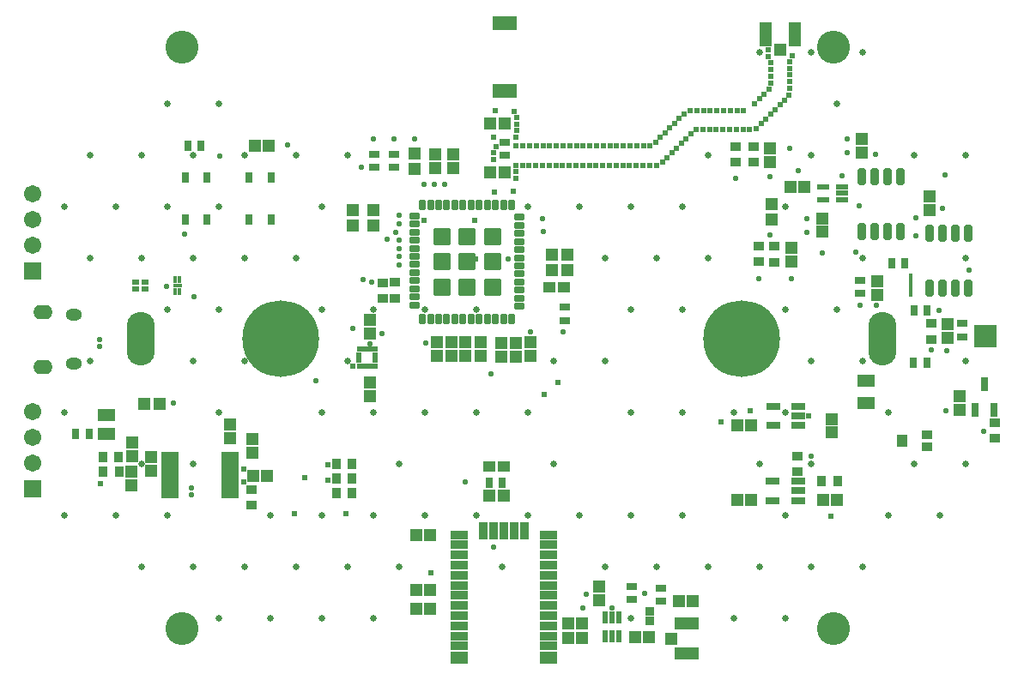
<source format=gts>
G04*
G04 #@! TF.GenerationSoftware,Altium Limited,Altium Designer,21.6.1 (37)*
G04*
G04 Layer_Color=8388736*
%FSLAX44Y44*%
%MOMM*%
G71*
G04*
G04 #@! TF.SameCoordinates,1A0BCF72-60D2-4BA0-9B7A-98A30DA12748*
G04*
G04*
G04 #@! TF.FilePolarity,Negative*
G04*
G01*
G75*
%ADD36R,0.6500X1.0500*%
%ADD58R,1.0032X0.9588*%
%ADD59R,1.7018X1.1938*%
%ADD60R,0.9588X1.0032*%
%ADD61R,0.4032X0.7532*%
%ADD62R,0.8532X0.4532*%
%ADD63R,0.4032X1.1432*%
%ADD64R,1.2532X1.2532*%
%ADD65R,1.6732X1.2432*%
%ADD66R,0.8032X1.0532*%
%ADD67R,0.6132X0.4832*%
%ADD68R,0.4832X0.6132*%
%ADD69R,1.2192X1.0922*%
%ADD70R,1.1430X1.1684*%
%ADD71R,1.1684X1.1430*%
%ADD72R,1.2532X1.2532*%
%ADD73R,1.6782X0.6532*%
%ADD74R,1.4032X0.8032*%
%ADD75R,1.2532X0.6032*%
%ADD76R,0.6032X1.2532*%
%ADD77R,1.2532X2.4031*%
%ADD78R,1.2032X1.2532*%
%ADD79R,2.4031X1.2532*%
%ADD80R,1.2532X1.2032*%
%ADD81R,2.4032X1.4032*%
%ADD82R,0.6782X0.5782*%
G04:AMPARAMS|DCode=83|XSize=1.7032mm|YSize=1.7032mm|CornerRadius=0.1766mm|HoleSize=0mm|Usage=FLASHONLY|Rotation=180.000|XOffset=0mm|YOffset=0mm|HoleType=Round|Shape=RoundedRectangle|*
%AMROUNDEDRECTD83*
21,1,1.7032,1.3500,0,0,180.0*
21,1,1.3500,1.7032,0,0,180.0*
1,1,0.3532,-0.6750,0.6750*
1,1,0.3532,0.6750,0.6750*
1,1,0.3532,0.6750,-0.6750*
1,1,0.3532,-0.6750,-0.6750*
%
%ADD83ROUNDEDRECTD83*%
G04:AMPARAMS|DCode=84|XSize=0.7032mm|YSize=1.0032mm|CornerRadius=0.2016mm|HoleSize=0mm|Usage=FLASHONLY|Rotation=270.000|XOffset=0mm|YOffset=0mm|HoleType=Round|Shape=RoundedRectangle|*
%AMROUNDEDRECTD84*
21,1,0.7032,0.6000,0,0,270.0*
21,1,0.3000,1.0032,0,0,270.0*
1,1,0.4032,-0.3000,-0.1500*
1,1,0.4032,-0.3000,0.1500*
1,1,0.4032,0.3000,0.1500*
1,1,0.4032,0.3000,-0.1500*
%
%ADD84ROUNDEDRECTD84*%
G04:AMPARAMS|DCode=85|XSize=0.7032mm|YSize=1.0032mm|CornerRadius=0.2016mm|HoleSize=0mm|Usage=FLASHONLY|Rotation=180.000|XOffset=0mm|YOffset=0mm|HoleType=Round|Shape=RoundedRectangle|*
%AMROUNDEDRECTD85*
21,1,0.7032,0.6000,0,0,180.0*
21,1,0.3000,1.0032,0,0,180.0*
1,1,0.4032,-0.1500,0.3000*
1,1,0.4032,0.1500,0.3000*
1,1,0.4032,0.1500,-0.3000*
1,1,0.4032,-0.1500,-0.3000*
%
%ADD85ROUNDEDRECTD85*%
%ADD86R,1.1032X0.8532*%
%ADD87R,1.1032X1.2032*%
%ADD88R,1.0532X0.8032*%
G04:AMPARAMS|DCode=89|XSize=0.8032mm|YSize=1.6532mm|CornerRadius=0.1526mm|HoleSize=0mm|Usage=FLASHONLY|Rotation=180.000|XOffset=0mm|YOffset=0mm|HoleType=Round|Shape=RoundedRectangle|*
%AMROUNDEDRECTD89*
21,1,0.8032,1.3480,0,0,180.0*
21,1,0.4980,1.6532,0,0,180.0*
1,1,0.3052,-0.2490,0.6740*
1,1,0.3052,0.2490,0.6740*
1,1,0.3052,0.2490,-0.6740*
1,1,0.3052,-0.2490,-0.6740*
%
%ADD89ROUNDEDRECTD89*%
%ADD90R,1.7032X0.9032*%
%ADD91R,1.7032X1.2032*%
%ADD92R,0.9032X1.7032*%
%ADD93R,0.8032X1.3532*%
%ADD94R,0.9232X0.8932*%
%ADD95O,1.9032X1.4032*%
%ADD96O,1.6032X1.2032*%
%ADD97C,7.5692*%
%ADD98O,2.7432X5.2832*%
%ADD99R,2.2352X2.2352*%
%ADD100C,1.7032*%
%ADD101R,1.7032X1.7032*%
%ADD102C,3.2512*%
%ADD103C,0.5588*%
%ADD104C,0.6096*%
%ADD105C,0.6604*%
D36*
X191706Y485824D02*
D03*
Y444324D02*
D03*
X170206Y485824D02*
D03*
Y444324D02*
D03*
X233344Y444070D02*
D03*
Y485570D02*
D03*
X254844Y444070D02*
D03*
Y485570D02*
D03*
D58*
X968502Y243744D02*
D03*
Y228188D02*
D03*
X376682Y382428D02*
D03*
Y366872D02*
D03*
X774446Y210724D02*
D03*
Y195168D02*
D03*
X365252Y382174D02*
D03*
Y366618D02*
D03*
X906272Y326232D02*
D03*
Y341788D02*
D03*
X730504Y516286D02*
D03*
Y500730D02*
D03*
X712978Y516540D02*
D03*
Y500984D02*
D03*
X751332Y417988D02*
D03*
Y402432D02*
D03*
X735584Y418242D02*
D03*
Y402686D02*
D03*
X235458Y177704D02*
D03*
Y162148D02*
D03*
D59*
X842010Y284988D02*
D03*
Y263144D02*
D03*
D60*
X319374Y203200D02*
D03*
X334930D02*
D03*
X319374Y188722D02*
D03*
X334930D02*
D03*
X319374Y174244D02*
D03*
X334930D02*
D03*
X797910Y186182D02*
D03*
X813466D02*
D03*
X88742Y210058D02*
D03*
X104298D02*
D03*
X89250Y195580D02*
D03*
X104806D02*
D03*
D61*
X160560Y385222D02*
D03*
Y373222D02*
D03*
X164560D02*
D03*
Y385222D02*
D03*
D62*
X162560Y379222D02*
D03*
D63*
X885444Y373930D02*
D03*
Y385530D02*
D03*
D64*
X852932Y369932D02*
D03*
Y383432D02*
D03*
X352298Y331832D02*
D03*
Y345332D02*
D03*
X510540Y323342D02*
D03*
Y309842D02*
D03*
X496570Y309226D02*
D03*
Y322726D02*
D03*
X214376Y228454D02*
D03*
Y241954D02*
D03*
X236220Y227984D02*
D03*
Y214484D02*
D03*
X117094Y195472D02*
D03*
Y181972D02*
D03*
X136906Y209696D02*
D03*
Y196196D02*
D03*
X117856Y223920D02*
D03*
Y210420D02*
D03*
X807974Y234042D02*
D03*
Y247542D02*
D03*
X837692Y523894D02*
D03*
Y510394D02*
D03*
X578866Y81680D02*
D03*
Y68180D02*
D03*
X434594Y508400D02*
D03*
Y494900D02*
D03*
X461772Y309988D02*
D03*
Y323488D02*
D03*
X418338Y309988D02*
D03*
Y323488D02*
D03*
X352298Y283356D02*
D03*
Y269856D02*
D03*
X922002Y340926D02*
D03*
Y327426D02*
D03*
X768350Y416198D02*
D03*
Y402698D02*
D03*
X747268Y515004D02*
D03*
Y501504D02*
D03*
X798576Y445662D02*
D03*
Y432162D02*
D03*
X904494Y467506D02*
D03*
Y454006D02*
D03*
X934212Y269640D02*
D03*
Y256140D02*
D03*
X482092Y322726D02*
D03*
Y309226D02*
D03*
X446532Y323488D02*
D03*
Y309988D02*
D03*
X432435Y323488D02*
D03*
Y309988D02*
D03*
X416814Y508654D02*
D03*
Y495154D02*
D03*
D65*
X92456Y232916D02*
D03*
Y251716D02*
D03*
D66*
X62334Y232664D02*
D03*
X75334D02*
D03*
X889104Y354838D02*
D03*
X902104D02*
D03*
X172678Y517398D02*
D03*
X185678D02*
D03*
X888596Y303276D02*
D03*
X901596D02*
D03*
X470004Y184658D02*
D03*
X483004D02*
D03*
X867006Y401066D02*
D03*
X880006D02*
D03*
D67*
X341608Y305602D02*
D03*
Y310602D02*
D03*
X357908D02*
D03*
Y305602D02*
D03*
D68*
X342258Y316252D02*
D03*
X347258D02*
D03*
X352258D02*
D03*
X357258D02*
D03*
Y299952D02*
D03*
X352258D02*
D03*
X347258D02*
D03*
X342258D02*
D03*
D69*
X484632Y200660D02*
D03*
X470408D02*
D03*
X543814Y377952D02*
D03*
X529590D02*
D03*
D70*
X396240Y494665D02*
D03*
Y509651D02*
D03*
X749046Y444627D02*
D03*
Y459613D02*
D03*
X356108Y438785D02*
D03*
Y453771D02*
D03*
X335534Y453517D02*
D03*
Y438531D02*
D03*
D71*
X485521Y490982D02*
D03*
X470535D02*
D03*
X485521Y538988D02*
D03*
X470535D02*
D03*
X546735Y394716D02*
D03*
X531749D02*
D03*
X546735Y409448D02*
D03*
X531749D02*
D03*
X484759Y171958D02*
D03*
X469773D02*
D03*
X144907Y262382D02*
D03*
X129921D02*
D03*
D72*
X250590Y191262D02*
D03*
X237090D02*
D03*
X767188Y476758D02*
D03*
X780688D02*
D03*
X561486Y30988D02*
D03*
X547986D02*
D03*
X561486Y45466D02*
D03*
X547986D02*
D03*
X614280Y32004D02*
D03*
X627780D02*
D03*
X670452Y67818D02*
D03*
X656952D02*
D03*
X411880Y60452D02*
D03*
X398380D02*
D03*
X411880Y78994D02*
D03*
X398380D02*
D03*
Y133096D02*
D03*
X411880D02*
D03*
X714610Y241046D02*
D03*
X728110D02*
D03*
X714610Y167386D02*
D03*
X728110D02*
D03*
X239230Y517414D02*
D03*
X252730D02*
D03*
X813200Y167386D02*
D03*
X799700D02*
D03*
D73*
X214038Y172524D02*
D03*
Y179024D02*
D03*
Y185524D02*
D03*
Y192024D02*
D03*
Y198524D02*
D03*
Y205024D02*
D03*
Y211524D02*
D03*
X155278D02*
D03*
Y205024D02*
D03*
Y198524D02*
D03*
Y192024D02*
D03*
Y185524D02*
D03*
Y179024D02*
D03*
Y172524D02*
D03*
D74*
X749500Y167030D02*
D03*
Y186030D02*
D03*
X774500D02*
D03*
Y176530D02*
D03*
Y167030D02*
D03*
X750262Y240944D02*
D03*
Y259944D02*
D03*
X775262D02*
D03*
Y250444D02*
D03*
Y240944D02*
D03*
D75*
X818490Y463908D02*
D03*
Y470408D02*
D03*
Y476908D02*
D03*
X799490D02*
D03*
Y463908D02*
D03*
D76*
X584812Y32918D02*
D03*
X591312D02*
D03*
X597812D02*
D03*
Y51918D02*
D03*
X591312D02*
D03*
X584812D02*
D03*
D77*
X742424Y627126D02*
D03*
X771924D02*
D03*
D78*
X757174Y611876D02*
D03*
D79*
X665226Y45484D02*
D03*
Y15984D02*
D03*
D80*
X649976Y30734D02*
D03*
D81*
X485140Y571020D02*
D03*
Y638020D02*
D03*
D82*
X121104Y382602D02*
D03*
Y375842D02*
D03*
X130854D02*
D03*
Y382602D02*
D03*
D83*
X473122Y427732D02*
D03*
Y402732D02*
D03*
Y377732D02*
D03*
X448122Y427732D02*
D03*
Y402732D02*
D03*
Y377732D02*
D03*
X423122Y427732D02*
D03*
Y402732D02*
D03*
Y377732D02*
D03*
D84*
X396122Y447982D02*
D03*
Y439982D02*
D03*
Y431982D02*
D03*
Y423982D02*
D03*
Y415982D02*
D03*
Y407982D02*
D03*
Y399982D02*
D03*
Y391982D02*
D03*
Y383982D02*
D03*
Y375982D02*
D03*
Y367982D02*
D03*
Y359982D02*
D03*
X500122Y358732D02*
D03*
Y366732D02*
D03*
Y374732D02*
D03*
Y382732D02*
D03*
Y390732D02*
D03*
Y398732D02*
D03*
Y406732D02*
D03*
Y414732D02*
D03*
Y422732D02*
D03*
Y430732D02*
D03*
Y438732D02*
D03*
Y446732D02*
D03*
D85*
X404122Y459232D02*
D03*
X412122D02*
D03*
X420122D02*
D03*
X428122D02*
D03*
X436122D02*
D03*
X444122D02*
D03*
X452122D02*
D03*
X460122D02*
D03*
X468122D02*
D03*
X476122D02*
D03*
X484122D02*
D03*
X492122D02*
D03*
Y346232D02*
D03*
X484122D02*
D03*
X476122D02*
D03*
X468122D02*
D03*
X460122D02*
D03*
X452122D02*
D03*
X444122D02*
D03*
X436122D02*
D03*
X428122D02*
D03*
X420122D02*
D03*
X412122D02*
D03*
X404122D02*
D03*
D86*
X902262Y231556D02*
D03*
Y220056D02*
D03*
D87*
X877262Y225806D02*
D03*
D88*
X639572Y80414D02*
D03*
Y67414D02*
D03*
X610362Y82192D02*
D03*
Y69192D02*
D03*
X836168Y384198D02*
D03*
Y371198D02*
D03*
X485394Y520536D02*
D03*
Y507536D02*
D03*
X936498Y341780D02*
D03*
Y328780D02*
D03*
X356362Y509166D02*
D03*
Y496166D02*
D03*
X376428Y508912D02*
D03*
Y495912D02*
D03*
X544255Y357838D02*
D03*
Y344838D02*
D03*
D89*
X837946Y432490D02*
D03*
X850646D02*
D03*
X863346D02*
D03*
X876046D02*
D03*
X837946Y486990D02*
D03*
X850646D02*
D03*
X863346D02*
D03*
X876046D02*
D03*
X904494Y376610D02*
D03*
X917194D02*
D03*
X929894D02*
D03*
X942594D02*
D03*
X904494Y431110D02*
D03*
X917194D02*
D03*
X929894D02*
D03*
X942594D02*
D03*
D90*
X440436Y133270D02*
D03*
Y123270D02*
D03*
Y113270D02*
D03*
Y103270D02*
D03*
Y93270D02*
D03*
Y83270D02*
D03*
Y73270D02*
D03*
Y63270D02*
D03*
Y53270D02*
D03*
Y43270D02*
D03*
Y33270D02*
D03*
Y23270D02*
D03*
X528436D02*
D03*
Y33270D02*
D03*
Y43270D02*
D03*
Y53270D02*
D03*
Y63270D02*
D03*
Y73270D02*
D03*
Y83270D02*
D03*
Y93270D02*
D03*
Y103270D02*
D03*
Y113270D02*
D03*
Y123270D02*
D03*
Y133270D02*
D03*
D91*
X440436Y11770D02*
D03*
X528436D02*
D03*
D92*
X504436Y137270D02*
D03*
X494436D02*
D03*
X484436D02*
D03*
X474436D02*
D03*
X464436D02*
D03*
D93*
X958596Y281486D02*
D03*
X968096Y256486D02*
D03*
X949096D02*
D03*
D94*
X628142Y47782D02*
D03*
Y57882D02*
D03*
D95*
X29788Y298886D02*
D03*
Y353386D02*
D03*
D96*
X60088Y301886D02*
D03*
Y350386D02*
D03*
D97*
X719248Y326644D02*
D03*
X264748D02*
D03*
D98*
X126248D02*
D03*
X857748D02*
D03*
D99*
X959612Y329692D02*
D03*
D100*
X20066Y469900D02*
D03*
Y419100D02*
D03*
Y444500D02*
D03*
Y229108D02*
D03*
Y203708D02*
D03*
Y254508D02*
D03*
D101*
Y393700D02*
D03*
Y178308D02*
D03*
D102*
X167386Y614426D02*
D03*
X809244Y40640D02*
D03*
X167386D02*
D03*
X809244Y614426D02*
D03*
D103*
X176530Y172720D02*
D03*
X298994Y285206D02*
D03*
X158242Y262890D02*
D03*
X152146Y378714D02*
D03*
X178816Y368142D02*
D03*
X355770Y282194D02*
D03*
X407162Y322834D02*
D03*
X345440Y384940D02*
D03*
X369512Y425030D02*
D03*
X381508Y407670D02*
D03*
X354076Y382778D02*
D03*
X381508Y424180D02*
D03*
X378121Y431891D02*
D03*
X335788Y337058D02*
D03*
X472186Y292354D02*
D03*
X488696Y405384D02*
D03*
X510794Y333502D02*
D03*
X542506Y333545D02*
D03*
X474472Y120904D02*
D03*
X169926Y430276D02*
D03*
X176530Y179578D02*
D03*
X85344Y319024D02*
D03*
Y325628D02*
D03*
X852170Y359664D02*
D03*
X591312Y61214D02*
D03*
X565658Y74422D02*
D03*
X787400Y211074D02*
D03*
X364490Y332232D02*
D03*
X957834Y235712D02*
D03*
X381508Y399633D02*
D03*
X774700Y493014D02*
D03*
X890778Y427990D02*
D03*
X891032Y446278D02*
D03*
X850900Y509016D02*
D03*
X835406Y458216D02*
D03*
X522986Y445516D02*
D03*
X523590Y432431D02*
D03*
X562102Y60960D02*
D03*
X921512Y315214D02*
D03*
X906018Y315468D02*
D03*
X920242Y255778D02*
D03*
X446786Y185166D02*
D03*
X913892Y354330D02*
D03*
X835914Y359664D02*
D03*
X798322Y411654D02*
D03*
X768096Y385826D02*
D03*
X381508Y439928D02*
D03*
Y448818D02*
D03*
X919988Y488442D02*
D03*
X766318Y515112D02*
D03*
X747014Y486410D02*
D03*
X712724Y484886D02*
D03*
X735584Y386080D02*
D03*
X823468Y523748D02*
D03*
X352128Y321322D02*
D03*
X746760Y429514D02*
D03*
X783336Y432054D02*
D03*
Y445516D02*
D03*
X818388Y487426D02*
D03*
X343662Y495808D02*
D03*
X406146Y479044D02*
D03*
X376428Y524002D02*
D03*
X356108D02*
D03*
X943102Y394716D02*
D03*
X396494Y524002D02*
D03*
X426466Y479044D02*
D03*
X416052D02*
D03*
X831850Y412496D02*
D03*
X271526Y517906D02*
D03*
X381508Y415544D02*
D03*
X916940Y455168D02*
D03*
X823214Y510286D02*
D03*
X204470Y506984D02*
D03*
X623570Y75184D02*
D03*
D104*
X310896Y186690D02*
D03*
X86530Y183642D02*
D03*
X287782Y189738D02*
D03*
X698335Y244945D02*
D03*
X412496Y95504D02*
D03*
X310642Y202438D02*
D03*
X227584Y185420D02*
D03*
X227838Y198374D02*
D03*
X335240Y299934D02*
D03*
X456946Y405892D02*
D03*
X524510Y271526D02*
D03*
X538226Y283718D02*
D03*
X807212Y151638D02*
D03*
X785368Y250190D02*
D03*
X328422Y153924D02*
D03*
X278130Y154178D02*
D03*
X455676Y443738D02*
D03*
X405892D02*
D03*
X475765Y551737D02*
D03*
X474328Y525665D02*
D03*
X496525Y525508D02*
D03*
X497132Y532084D02*
D03*
X497520Y538677D02*
D03*
X497311Y545277D02*
D03*
X494515Y551260D02*
D03*
X745001Y611814D02*
D03*
X745187Y605213D02*
D03*
X747799Y599147D02*
D03*
Y592543D02*
D03*
Y585939D02*
D03*
Y579336D02*
D03*
X745733Y573063D02*
D03*
X741064Y568393D02*
D03*
X736394Y563724D02*
D03*
X731724Y559054D02*
D03*
X721036Y551665D02*
D03*
X714432D02*
D03*
X707828D02*
D03*
X701224D02*
D03*
X694620D02*
D03*
X688016D02*
D03*
X681412D02*
D03*
X674808D02*
D03*
X668205Y551557D02*
D03*
X662268Y548664D02*
D03*
X657598Y543994D02*
D03*
X652929Y539325D02*
D03*
X648259Y534655D02*
D03*
X643589Y529985D02*
D03*
X638919Y525316D02*
D03*
X634250Y520646D02*
D03*
X628804Y516910D02*
D03*
X622200D02*
D03*
X615596D02*
D03*
X608992D02*
D03*
X602388D02*
D03*
X595784D02*
D03*
X589180D02*
D03*
X582576D02*
D03*
X575972D02*
D03*
X569368D02*
D03*
X562764D02*
D03*
X556160D02*
D03*
X549556D02*
D03*
X542952D02*
D03*
X536348D02*
D03*
X529744D02*
D03*
X523140D02*
D03*
X516536D02*
D03*
X509932D02*
D03*
X503328D02*
D03*
X496724D02*
D03*
X477086Y516387D02*
D03*
X473974Y510562D02*
D03*
X474047Y503958D02*
D03*
X474787Y471531D02*
D03*
X493537Y472256D02*
D03*
X496076Y484957D02*
D03*
X496250Y491558D02*
D03*
X496115Y498161D02*
D03*
X502719D02*
D03*
X509323D02*
D03*
X515927D02*
D03*
X522531D02*
D03*
X529135D02*
D03*
X535739D02*
D03*
X542343D02*
D03*
X548947D02*
D03*
X555551D02*
D03*
X562155D02*
D03*
X568759D02*
D03*
X575363D02*
D03*
X581967D02*
D03*
X588571D02*
D03*
X595175D02*
D03*
X601779D02*
D03*
X608383D02*
D03*
X614987D02*
D03*
X621591D02*
D03*
X628195D02*
D03*
X634799Y498181D02*
D03*
X640867Y500785D02*
D03*
X645556Y505436D02*
D03*
X650225Y510106D02*
D03*
X654895Y514776D02*
D03*
X659565Y519445D02*
D03*
X664235Y524115D02*
D03*
X668904Y528785D02*
D03*
X674057Y532915D02*
D03*
X680661D02*
D03*
X687265D02*
D03*
X693869D02*
D03*
X700473D02*
D03*
X707077D02*
D03*
X713681D02*
D03*
X720285D02*
D03*
X726889D02*
D03*
X733308Y534467D02*
D03*
X738147Y538961D02*
D03*
X742817Y543631D02*
D03*
X747487Y548301D02*
D03*
X752156Y552971D02*
D03*
X756826Y557640D02*
D03*
X761496Y562310D02*
D03*
X765700Y567403D02*
D03*
X766549Y573952D02*
D03*
Y580556D02*
D03*
Y587160D02*
D03*
Y593764D02*
D03*
Y600368D02*
D03*
X769313Y606366D02*
D03*
X727456Y255778D02*
D03*
D105*
X152400Y152400D02*
D03*
X203200Y254000D02*
D03*
X50800D02*
D03*
X939800Y508000D02*
D03*
Y406400D02*
D03*
Y304800D02*
D03*
Y203200D02*
D03*
X914400Y152400D02*
D03*
X889000Y508000D02*
D03*
X863600Y254000D02*
D03*
X889000Y203200D02*
D03*
X863600Y152400D02*
D03*
X838200Y609600D02*
D03*
X812800Y558800D02*
D03*
X838200Y406400D02*
D03*
X812800Y355600D02*
D03*
X838200Y304800D02*
D03*
Y101600D02*
D03*
X787400Y609600D02*
D03*
Y508000D02*
D03*
X762000Y457200D02*
D03*
Y355600D02*
D03*
X787400Y304800D02*
D03*
X762000Y254000D02*
D03*
X787400Y203200D02*
D03*
X762000Y152400D02*
D03*
X787400Y101600D02*
D03*
X762000Y50800D02*
D03*
X736600Y609600D02*
D03*
X711200Y254000D02*
D03*
X736600Y203200D02*
D03*
Y101600D02*
D03*
X711200Y50800D02*
D03*
X685800Y508000D02*
D03*
X660400Y457200D02*
D03*
X685800Y406400D02*
D03*
X660400Y355600D02*
D03*
Y254000D02*
D03*
Y152400D02*
D03*
X685800Y101600D02*
D03*
X609600Y457200D02*
D03*
X635000Y406400D02*
D03*
X609600Y355600D02*
D03*
Y254000D02*
D03*
Y152400D02*
D03*
X635000Y101600D02*
D03*
X609600Y50800D02*
D03*
X558800Y457200D02*
D03*
X584200Y406400D02*
D03*
Y304800D02*
D03*
X558800Y152400D02*
D03*
X584200Y101600D02*
D03*
X508000Y457200D02*
D03*
X533400Y304800D02*
D03*
X508000Y254000D02*
D03*
X533400Y203200D02*
D03*
X508000Y152400D02*
D03*
X457200Y355600D02*
D03*
Y254000D02*
D03*
Y152400D02*
D03*
X482600Y101600D02*
D03*
X406400Y355600D02*
D03*
Y254000D02*
D03*
Y152400D02*
D03*
X355600Y355600D02*
D03*
Y254000D02*
D03*
X381000Y203200D02*
D03*
X355600Y152400D02*
D03*
X381000Y101600D02*
D03*
X355600Y50800D02*
D03*
X330200Y508000D02*
D03*
X304800Y457200D02*
D03*
Y355600D02*
D03*
X330200Y304800D02*
D03*
X304800Y254000D02*
D03*
Y152400D02*
D03*
X330200Y101600D02*
D03*
X304800Y50800D02*
D03*
X279400Y508000D02*
D03*
Y406400D02*
D03*
X254000Y152400D02*
D03*
X279400Y101600D02*
D03*
X254000Y50800D02*
D03*
X203200Y558800D02*
D03*
X228600Y508000D02*
D03*
X203200Y457200D02*
D03*
X228600Y406400D02*
D03*
X203200Y355600D02*
D03*
X228600Y304800D02*
D03*
Y101600D02*
D03*
X203200Y50800D02*
D03*
X152400Y558800D02*
D03*
X177800Y508000D02*
D03*
X152400Y457200D02*
D03*
X177800Y406400D02*
D03*
X152400Y355600D02*
D03*
X177800Y304800D02*
D03*
Y203200D02*
D03*
Y101600D02*
D03*
X127000Y508000D02*
D03*
X101600Y457200D02*
D03*
X127000Y406400D02*
D03*
Y203200D02*
D03*
X101600Y152400D02*
D03*
X127000Y101600D02*
D03*
X76200Y508000D02*
D03*
X50800Y457200D02*
D03*
X76200Y406400D02*
D03*
Y304800D02*
D03*
X50800Y152400D02*
D03*
M02*

</source>
